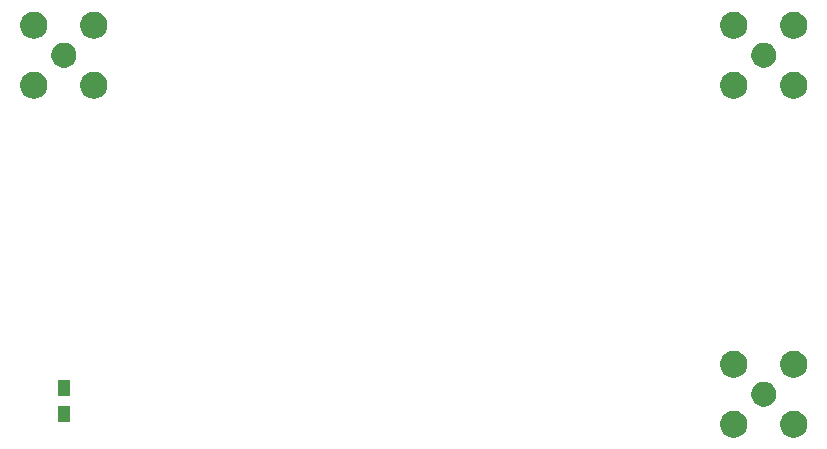
<source format=gbr>
G04 #@! TF.GenerationSoftware,KiCad,Pcbnew,(5.1.5)-3*
G04 #@! TF.CreationDate,2021-08-20T13:05:58+01:00*
G04 #@! TF.ProjectId,Circulator,43697263-756c-4617-946f-722e6b696361,rev?*
G04 #@! TF.SameCoordinates,Original*
G04 #@! TF.FileFunction,Soldermask,Top*
G04 #@! TF.FilePolarity,Negative*
%FSLAX46Y46*%
G04 Gerber Fmt 4.6, Leading zero omitted, Abs format (unit mm)*
G04 Created by KiCad (PCBNEW (5.1.5)-3) date 2021-08-20 13:05:58*
%MOMM*%
%LPD*%
G04 APERTURE LIST*
%ADD10C,0.100000*%
G04 APERTURE END LIST*
D10*
G36*
X166213549Y-103011116D02*
G01*
X166324734Y-103033232D01*
X166534203Y-103119997D01*
X166722720Y-103245960D01*
X166883040Y-103406280D01*
X167009003Y-103594797D01*
X167095768Y-103804266D01*
X167140000Y-104026636D01*
X167140000Y-104253364D01*
X167095768Y-104475734D01*
X167009003Y-104685203D01*
X166883040Y-104873720D01*
X166722720Y-105034040D01*
X166534203Y-105160003D01*
X166324734Y-105246768D01*
X166213549Y-105268884D01*
X166102365Y-105291000D01*
X165875635Y-105291000D01*
X165764451Y-105268884D01*
X165653266Y-105246768D01*
X165443797Y-105160003D01*
X165255280Y-105034040D01*
X165094960Y-104873720D01*
X164968997Y-104685203D01*
X164882232Y-104475734D01*
X164838000Y-104253364D01*
X164838000Y-104026636D01*
X164882232Y-103804266D01*
X164968997Y-103594797D01*
X165094960Y-103406280D01*
X165255280Y-103245960D01*
X165443797Y-103119997D01*
X165653266Y-103033232D01*
X165764451Y-103011116D01*
X165875635Y-102989000D01*
X166102365Y-102989000D01*
X166213549Y-103011116D01*
G37*
G36*
X161133549Y-103011116D02*
G01*
X161244734Y-103033232D01*
X161454203Y-103119997D01*
X161642720Y-103245960D01*
X161803040Y-103406280D01*
X161929003Y-103594797D01*
X162015768Y-103804266D01*
X162060000Y-104026636D01*
X162060000Y-104253364D01*
X162015768Y-104475734D01*
X161929003Y-104685203D01*
X161803040Y-104873720D01*
X161642720Y-105034040D01*
X161454203Y-105160003D01*
X161244734Y-105246768D01*
X161133549Y-105268884D01*
X161022365Y-105291000D01*
X160795635Y-105291000D01*
X160684451Y-105268884D01*
X160573266Y-105246768D01*
X160363797Y-105160003D01*
X160175280Y-105034040D01*
X160014960Y-104873720D01*
X159888997Y-104685203D01*
X159802232Y-104475734D01*
X159758000Y-104253364D01*
X159758000Y-104026636D01*
X159802232Y-103804266D01*
X159888997Y-103594797D01*
X160014960Y-103406280D01*
X160175280Y-103245960D01*
X160363797Y-103119997D01*
X160573266Y-103033232D01*
X160684451Y-103011116D01*
X160795635Y-102989000D01*
X161022365Y-102989000D01*
X161133549Y-103011116D01*
G37*
G36*
X104704500Y-103922500D02*
G01*
X103702500Y-103922500D01*
X103702500Y-102620500D01*
X104704500Y-102620500D01*
X104704500Y-103922500D01*
G37*
G36*
X163755564Y-100589389D02*
G01*
X163946833Y-100668615D01*
X163946835Y-100668616D01*
X164118973Y-100783635D01*
X164265365Y-100930027D01*
X164380385Y-101102167D01*
X164459611Y-101293436D01*
X164500000Y-101496484D01*
X164500000Y-101703516D01*
X164459611Y-101906564D01*
X164380385Y-102097833D01*
X164380384Y-102097835D01*
X164265365Y-102269973D01*
X164118973Y-102416365D01*
X163946835Y-102531384D01*
X163946834Y-102531385D01*
X163946833Y-102531385D01*
X163755564Y-102610611D01*
X163552516Y-102651000D01*
X163345484Y-102651000D01*
X163142436Y-102610611D01*
X162951167Y-102531385D01*
X162951166Y-102531385D01*
X162951165Y-102531384D01*
X162779027Y-102416365D01*
X162632635Y-102269973D01*
X162517616Y-102097835D01*
X162517615Y-102097833D01*
X162438389Y-101906564D01*
X162398000Y-101703516D01*
X162398000Y-101496484D01*
X162438389Y-101293436D01*
X162517615Y-101102167D01*
X162632635Y-100930027D01*
X162779027Y-100783635D01*
X162951165Y-100668616D01*
X162951167Y-100668615D01*
X163142436Y-100589389D01*
X163345484Y-100549000D01*
X163552516Y-100549000D01*
X163755564Y-100589389D01*
G37*
G36*
X104704500Y-101722500D02*
G01*
X103702500Y-101722500D01*
X103702500Y-100420500D01*
X104704500Y-100420500D01*
X104704500Y-101722500D01*
G37*
G36*
X161133549Y-97931116D02*
G01*
X161244734Y-97953232D01*
X161454203Y-98039997D01*
X161642720Y-98165960D01*
X161803040Y-98326280D01*
X161929003Y-98514797D01*
X162015768Y-98724266D01*
X162060000Y-98946636D01*
X162060000Y-99173364D01*
X162015768Y-99395734D01*
X161929003Y-99605203D01*
X161803040Y-99793720D01*
X161642720Y-99954040D01*
X161454203Y-100080003D01*
X161244734Y-100166768D01*
X161133549Y-100188884D01*
X161022365Y-100211000D01*
X160795635Y-100211000D01*
X160684451Y-100188884D01*
X160573266Y-100166768D01*
X160363797Y-100080003D01*
X160175280Y-99954040D01*
X160014960Y-99793720D01*
X159888997Y-99605203D01*
X159802232Y-99395734D01*
X159758000Y-99173364D01*
X159758000Y-98946636D01*
X159802232Y-98724266D01*
X159888997Y-98514797D01*
X160014960Y-98326280D01*
X160175280Y-98165960D01*
X160363797Y-98039997D01*
X160573266Y-97953232D01*
X160684451Y-97931116D01*
X160795635Y-97909000D01*
X161022365Y-97909000D01*
X161133549Y-97931116D01*
G37*
G36*
X166213549Y-97931116D02*
G01*
X166324734Y-97953232D01*
X166534203Y-98039997D01*
X166722720Y-98165960D01*
X166883040Y-98326280D01*
X167009003Y-98514797D01*
X167095768Y-98724266D01*
X167140000Y-98946636D01*
X167140000Y-99173364D01*
X167095768Y-99395734D01*
X167009003Y-99605203D01*
X166883040Y-99793720D01*
X166722720Y-99954040D01*
X166534203Y-100080003D01*
X166324734Y-100166768D01*
X166213549Y-100188884D01*
X166102365Y-100211000D01*
X165875635Y-100211000D01*
X165764451Y-100188884D01*
X165653266Y-100166768D01*
X165443797Y-100080003D01*
X165255280Y-99954040D01*
X165094960Y-99793720D01*
X164968997Y-99605203D01*
X164882232Y-99395734D01*
X164838000Y-99173364D01*
X164838000Y-98946636D01*
X164882232Y-98724266D01*
X164968997Y-98514797D01*
X165094960Y-98326280D01*
X165255280Y-98165960D01*
X165443797Y-98039997D01*
X165653266Y-97953232D01*
X165764451Y-97931116D01*
X165875635Y-97909000D01*
X166102365Y-97909000D01*
X166213549Y-97931116D01*
G37*
G36*
X166213549Y-74309116D02*
G01*
X166324734Y-74331232D01*
X166534203Y-74417997D01*
X166722720Y-74543960D01*
X166883040Y-74704280D01*
X167009003Y-74892797D01*
X167095768Y-75102266D01*
X167140000Y-75324636D01*
X167140000Y-75551364D01*
X167095768Y-75773734D01*
X167009003Y-75983203D01*
X166883040Y-76171720D01*
X166722720Y-76332040D01*
X166534203Y-76458003D01*
X166324734Y-76544768D01*
X166213549Y-76566884D01*
X166102365Y-76589000D01*
X165875635Y-76589000D01*
X165764451Y-76566884D01*
X165653266Y-76544768D01*
X165443797Y-76458003D01*
X165255280Y-76332040D01*
X165094960Y-76171720D01*
X164968997Y-75983203D01*
X164882232Y-75773734D01*
X164838000Y-75551364D01*
X164838000Y-75324636D01*
X164882232Y-75102266D01*
X164968997Y-74892797D01*
X165094960Y-74704280D01*
X165255280Y-74543960D01*
X165443797Y-74417997D01*
X165653266Y-74331232D01*
X165764451Y-74309116D01*
X165875635Y-74287000D01*
X166102365Y-74287000D01*
X166213549Y-74309116D01*
G37*
G36*
X106968049Y-74309116D02*
G01*
X107079234Y-74331232D01*
X107288703Y-74417997D01*
X107477220Y-74543960D01*
X107637540Y-74704280D01*
X107763503Y-74892797D01*
X107850268Y-75102266D01*
X107894500Y-75324636D01*
X107894500Y-75551364D01*
X107850268Y-75773734D01*
X107763503Y-75983203D01*
X107637540Y-76171720D01*
X107477220Y-76332040D01*
X107288703Y-76458003D01*
X107079234Y-76544768D01*
X106968049Y-76566884D01*
X106856865Y-76589000D01*
X106630135Y-76589000D01*
X106518951Y-76566884D01*
X106407766Y-76544768D01*
X106198297Y-76458003D01*
X106009780Y-76332040D01*
X105849460Y-76171720D01*
X105723497Y-75983203D01*
X105636732Y-75773734D01*
X105592500Y-75551364D01*
X105592500Y-75324636D01*
X105636732Y-75102266D01*
X105723497Y-74892797D01*
X105849460Y-74704280D01*
X106009780Y-74543960D01*
X106198297Y-74417997D01*
X106407766Y-74331232D01*
X106518951Y-74309116D01*
X106630135Y-74287000D01*
X106856865Y-74287000D01*
X106968049Y-74309116D01*
G37*
G36*
X161133549Y-74309116D02*
G01*
X161244734Y-74331232D01*
X161454203Y-74417997D01*
X161642720Y-74543960D01*
X161803040Y-74704280D01*
X161929003Y-74892797D01*
X162015768Y-75102266D01*
X162060000Y-75324636D01*
X162060000Y-75551364D01*
X162015768Y-75773734D01*
X161929003Y-75983203D01*
X161803040Y-76171720D01*
X161642720Y-76332040D01*
X161454203Y-76458003D01*
X161244734Y-76544768D01*
X161133549Y-76566884D01*
X161022365Y-76589000D01*
X160795635Y-76589000D01*
X160684451Y-76566884D01*
X160573266Y-76544768D01*
X160363797Y-76458003D01*
X160175280Y-76332040D01*
X160014960Y-76171720D01*
X159888997Y-75983203D01*
X159802232Y-75773734D01*
X159758000Y-75551364D01*
X159758000Y-75324636D01*
X159802232Y-75102266D01*
X159888997Y-74892797D01*
X160014960Y-74704280D01*
X160175280Y-74543960D01*
X160363797Y-74417997D01*
X160573266Y-74331232D01*
X160684451Y-74309116D01*
X160795635Y-74287000D01*
X161022365Y-74287000D01*
X161133549Y-74309116D01*
G37*
G36*
X101888049Y-74309116D02*
G01*
X101999234Y-74331232D01*
X102208703Y-74417997D01*
X102397220Y-74543960D01*
X102557540Y-74704280D01*
X102683503Y-74892797D01*
X102770268Y-75102266D01*
X102814500Y-75324636D01*
X102814500Y-75551364D01*
X102770268Y-75773734D01*
X102683503Y-75983203D01*
X102557540Y-76171720D01*
X102397220Y-76332040D01*
X102208703Y-76458003D01*
X101999234Y-76544768D01*
X101888049Y-76566884D01*
X101776865Y-76589000D01*
X101550135Y-76589000D01*
X101438951Y-76566884D01*
X101327766Y-76544768D01*
X101118297Y-76458003D01*
X100929780Y-76332040D01*
X100769460Y-76171720D01*
X100643497Y-75983203D01*
X100556732Y-75773734D01*
X100512500Y-75551364D01*
X100512500Y-75324636D01*
X100556732Y-75102266D01*
X100643497Y-74892797D01*
X100769460Y-74704280D01*
X100929780Y-74543960D01*
X101118297Y-74417997D01*
X101327766Y-74331232D01*
X101438951Y-74309116D01*
X101550135Y-74287000D01*
X101776865Y-74287000D01*
X101888049Y-74309116D01*
G37*
G36*
X104510064Y-71887389D02*
G01*
X104701333Y-71966615D01*
X104701335Y-71966616D01*
X104873473Y-72081635D01*
X105019865Y-72228027D01*
X105134885Y-72400167D01*
X105214111Y-72591436D01*
X105254500Y-72794484D01*
X105254500Y-73001516D01*
X105214111Y-73204564D01*
X105134885Y-73395833D01*
X105134884Y-73395835D01*
X105019865Y-73567973D01*
X104873473Y-73714365D01*
X104701335Y-73829384D01*
X104701334Y-73829385D01*
X104701333Y-73829385D01*
X104510064Y-73908611D01*
X104307016Y-73949000D01*
X104099984Y-73949000D01*
X103896936Y-73908611D01*
X103705667Y-73829385D01*
X103705666Y-73829385D01*
X103705665Y-73829384D01*
X103533527Y-73714365D01*
X103387135Y-73567973D01*
X103272116Y-73395835D01*
X103272115Y-73395833D01*
X103192889Y-73204564D01*
X103152500Y-73001516D01*
X103152500Y-72794484D01*
X103192889Y-72591436D01*
X103272115Y-72400167D01*
X103387135Y-72228027D01*
X103533527Y-72081635D01*
X103705665Y-71966616D01*
X103705667Y-71966615D01*
X103896936Y-71887389D01*
X104099984Y-71847000D01*
X104307016Y-71847000D01*
X104510064Y-71887389D01*
G37*
G36*
X163755564Y-71887389D02*
G01*
X163946833Y-71966615D01*
X163946835Y-71966616D01*
X164118973Y-72081635D01*
X164265365Y-72228027D01*
X164380385Y-72400167D01*
X164459611Y-72591436D01*
X164500000Y-72794484D01*
X164500000Y-73001516D01*
X164459611Y-73204564D01*
X164380385Y-73395833D01*
X164380384Y-73395835D01*
X164265365Y-73567973D01*
X164118973Y-73714365D01*
X163946835Y-73829384D01*
X163946834Y-73829385D01*
X163946833Y-73829385D01*
X163755564Y-73908611D01*
X163552516Y-73949000D01*
X163345484Y-73949000D01*
X163142436Y-73908611D01*
X162951167Y-73829385D01*
X162951166Y-73829385D01*
X162951165Y-73829384D01*
X162779027Y-73714365D01*
X162632635Y-73567973D01*
X162517616Y-73395835D01*
X162517615Y-73395833D01*
X162438389Y-73204564D01*
X162398000Y-73001516D01*
X162398000Y-72794484D01*
X162438389Y-72591436D01*
X162517615Y-72400167D01*
X162632635Y-72228027D01*
X162779027Y-72081635D01*
X162951165Y-71966616D01*
X162951167Y-71966615D01*
X163142436Y-71887389D01*
X163345484Y-71847000D01*
X163552516Y-71847000D01*
X163755564Y-71887389D01*
G37*
G36*
X106968049Y-69229116D02*
G01*
X107079234Y-69251232D01*
X107288703Y-69337997D01*
X107477220Y-69463960D01*
X107637540Y-69624280D01*
X107763503Y-69812797D01*
X107850268Y-70022266D01*
X107894500Y-70244636D01*
X107894500Y-70471364D01*
X107850268Y-70693734D01*
X107763503Y-70903203D01*
X107637540Y-71091720D01*
X107477220Y-71252040D01*
X107288703Y-71378003D01*
X107079234Y-71464768D01*
X106968049Y-71486884D01*
X106856865Y-71509000D01*
X106630135Y-71509000D01*
X106518951Y-71486884D01*
X106407766Y-71464768D01*
X106198297Y-71378003D01*
X106009780Y-71252040D01*
X105849460Y-71091720D01*
X105723497Y-70903203D01*
X105636732Y-70693734D01*
X105592500Y-70471364D01*
X105592500Y-70244636D01*
X105636732Y-70022266D01*
X105723497Y-69812797D01*
X105849460Y-69624280D01*
X106009780Y-69463960D01*
X106198297Y-69337997D01*
X106407766Y-69251232D01*
X106518951Y-69229116D01*
X106630135Y-69207000D01*
X106856865Y-69207000D01*
X106968049Y-69229116D01*
G37*
G36*
X101888049Y-69229116D02*
G01*
X101999234Y-69251232D01*
X102208703Y-69337997D01*
X102397220Y-69463960D01*
X102557540Y-69624280D01*
X102683503Y-69812797D01*
X102770268Y-70022266D01*
X102814500Y-70244636D01*
X102814500Y-70471364D01*
X102770268Y-70693734D01*
X102683503Y-70903203D01*
X102557540Y-71091720D01*
X102397220Y-71252040D01*
X102208703Y-71378003D01*
X101999234Y-71464768D01*
X101888049Y-71486884D01*
X101776865Y-71509000D01*
X101550135Y-71509000D01*
X101438951Y-71486884D01*
X101327766Y-71464768D01*
X101118297Y-71378003D01*
X100929780Y-71252040D01*
X100769460Y-71091720D01*
X100643497Y-70903203D01*
X100556732Y-70693734D01*
X100512500Y-70471364D01*
X100512500Y-70244636D01*
X100556732Y-70022266D01*
X100643497Y-69812797D01*
X100769460Y-69624280D01*
X100929780Y-69463960D01*
X101118297Y-69337997D01*
X101327766Y-69251232D01*
X101438951Y-69229116D01*
X101550135Y-69207000D01*
X101776865Y-69207000D01*
X101888049Y-69229116D01*
G37*
G36*
X161133549Y-69229116D02*
G01*
X161244734Y-69251232D01*
X161454203Y-69337997D01*
X161642720Y-69463960D01*
X161803040Y-69624280D01*
X161929003Y-69812797D01*
X162015768Y-70022266D01*
X162060000Y-70244636D01*
X162060000Y-70471364D01*
X162015768Y-70693734D01*
X161929003Y-70903203D01*
X161803040Y-71091720D01*
X161642720Y-71252040D01*
X161454203Y-71378003D01*
X161244734Y-71464768D01*
X161133549Y-71486884D01*
X161022365Y-71509000D01*
X160795635Y-71509000D01*
X160684451Y-71486884D01*
X160573266Y-71464768D01*
X160363797Y-71378003D01*
X160175280Y-71252040D01*
X160014960Y-71091720D01*
X159888997Y-70903203D01*
X159802232Y-70693734D01*
X159758000Y-70471364D01*
X159758000Y-70244636D01*
X159802232Y-70022266D01*
X159888997Y-69812797D01*
X160014960Y-69624280D01*
X160175280Y-69463960D01*
X160363797Y-69337997D01*
X160573266Y-69251232D01*
X160684451Y-69229116D01*
X160795635Y-69207000D01*
X161022365Y-69207000D01*
X161133549Y-69229116D01*
G37*
G36*
X166213549Y-69229116D02*
G01*
X166324734Y-69251232D01*
X166534203Y-69337997D01*
X166722720Y-69463960D01*
X166883040Y-69624280D01*
X167009003Y-69812797D01*
X167095768Y-70022266D01*
X167140000Y-70244636D01*
X167140000Y-70471364D01*
X167095768Y-70693734D01*
X167009003Y-70903203D01*
X166883040Y-71091720D01*
X166722720Y-71252040D01*
X166534203Y-71378003D01*
X166324734Y-71464768D01*
X166213549Y-71486884D01*
X166102365Y-71509000D01*
X165875635Y-71509000D01*
X165764451Y-71486884D01*
X165653266Y-71464768D01*
X165443797Y-71378003D01*
X165255280Y-71252040D01*
X165094960Y-71091720D01*
X164968997Y-70903203D01*
X164882232Y-70693734D01*
X164838000Y-70471364D01*
X164838000Y-70244636D01*
X164882232Y-70022266D01*
X164968997Y-69812797D01*
X165094960Y-69624280D01*
X165255280Y-69463960D01*
X165443797Y-69337997D01*
X165653266Y-69251232D01*
X165764451Y-69229116D01*
X165875635Y-69207000D01*
X166102365Y-69207000D01*
X166213549Y-69229116D01*
G37*
M02*

</source>
